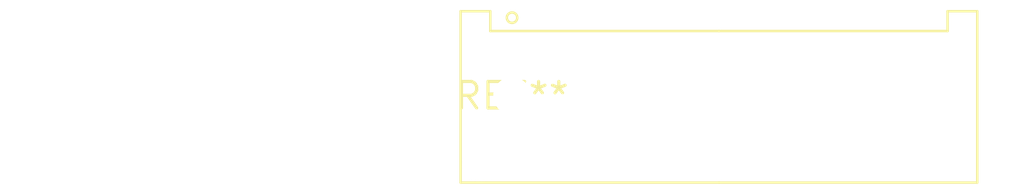
<source format=kicad_pcb>
(kicad_pcb (version 20240108) (generator pcbnew)
  (layers (0 "F.Cu" signal) (31 "B.Cu" signal) (34 "B.Paste" user) (35 "F.Paste" user) (36 "B.SilkS" user "B.Silkscreen") (37 "F.SilkS" user "F.Silkscreen") (38 "B.Mask" user) (39 "F.Mask" user) (44 "Edge.Cuts" user))
  (net 0 "")
  (footprint "Hirose_DF63-6P-3.96DSA_1x06_P3.96mm_Vertical" (layer "F.Cu") (at 0 0)
    (property "Reference" "REF**")
    (property "Value" "Hirose_DF63-6P-3.96DSA_1x06_P3.96mm_Vertical")
    (fp_line (start -2.46 -4.06) (end -1.04 -4.06) (layer "F.SilkS") (stroke (width 0.12)))
    (fp_line (start -2.46 4.16) (end -2.46 -4.06) (layer "F.SilkS") (stroke (width 0.12)))
    (fp_line (start -1.04 -4.06) (end -1.04 -3.11) (layer "F.SilkS") (stroke (width 0.12)))
    (fp_line (start -1.04 -3.11) (end 9.9 -3.11) (layer "F.SilkS") (stroke (width 0.12)))
    (fp_line (start 9.9 4.16) (end -2.46 4.16) (layer "F.SilkS") (stroke (width 0.12)))
    (fp_line (start 9.9 4.16) (end 22.26 4.16) (layer "F.SilkS") (stroke (width 0.12)))
    (fp_line (start 20.84 -4.06) (end 20.84 -3.11) (layer "F.SilkS") (stroke (width 0.12)))
    (fp_line (start 20.84 -3.11) (end 9.9 -3.11) (layer "F.SilkS") (stroke (width 0.12)))
    (fp_line (start 22.26 -4.06) (end 20.84 -4.06) (layer "F.SilkS") (stroke (width 0.12)))
    (fp_line (start 22.26 4.16) (end 22.26 -4.06) (layer "F.SilkS") (stroke (width 0.12)))
    (fp_circle (center 0 -3.75) (end 0.25 -3.75) (layer "F.SilkS") (stroke (width 0.12)) (fill none))
    (pad "" np_thru_hole circle (at -1.5 3.25) (size 1.6 1.6) (drill 1.6) (layers *.Cu *.Mask))
    (pad "1" thru_hole roundrect (at 0 0) (size 2.46 2.8) (drill 1.8) (layers *.Cu *.Mask) (remove_unused_layers) (roundrect_rratio 0.101626))
    (pad "2" thru_hole oval (at 3.96 0) (size 2.46 2.8) (drill 1.8) (layers *.Cu *.Mask) (remove_unused_layers))
    (pad "3" thru_hole oval (at 7.92 0) (size 2.46 2.8) (drill 1.8) (layers *.Cu *.Mask) (remove_unused_layers))
    (pad "4" thru_hole oval (at 11.88 0) (size 2.46 2.8) (drill 1.8) (layers *.Cu *.Mask) (remove_unused_layers))
    (pad "5" thru_hole oval (at 15.84 0) (size 2.46 2.8) (drill 1.8) (layers *.Cu *.Mask) (remove_unused_layers))
    (pad "6" thru_hole oval (at 19.8 0) (size 2.46 2.8) (drill 1.8) (layers *.Cu *.Mask) (remove_unused_layers))
  )
)
</source>
